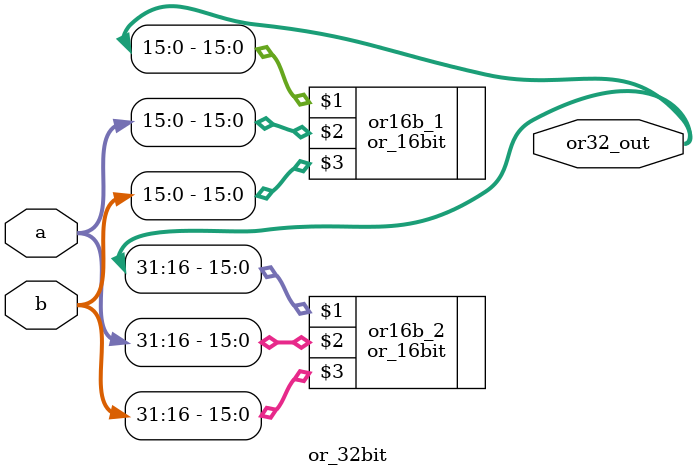
<source format=v>
module or_32bit(output [31:0]or32_out, input [31:0]a, b);//or operation occurs for 32-bit numbers
			or_16bit or16b_1(or32_out[15:0], a[15:0], b[15:0]);
			or_16bit or16b_2(or32_out[31:16], a[31:16], b[31:16]);			
endmodule

</source>
